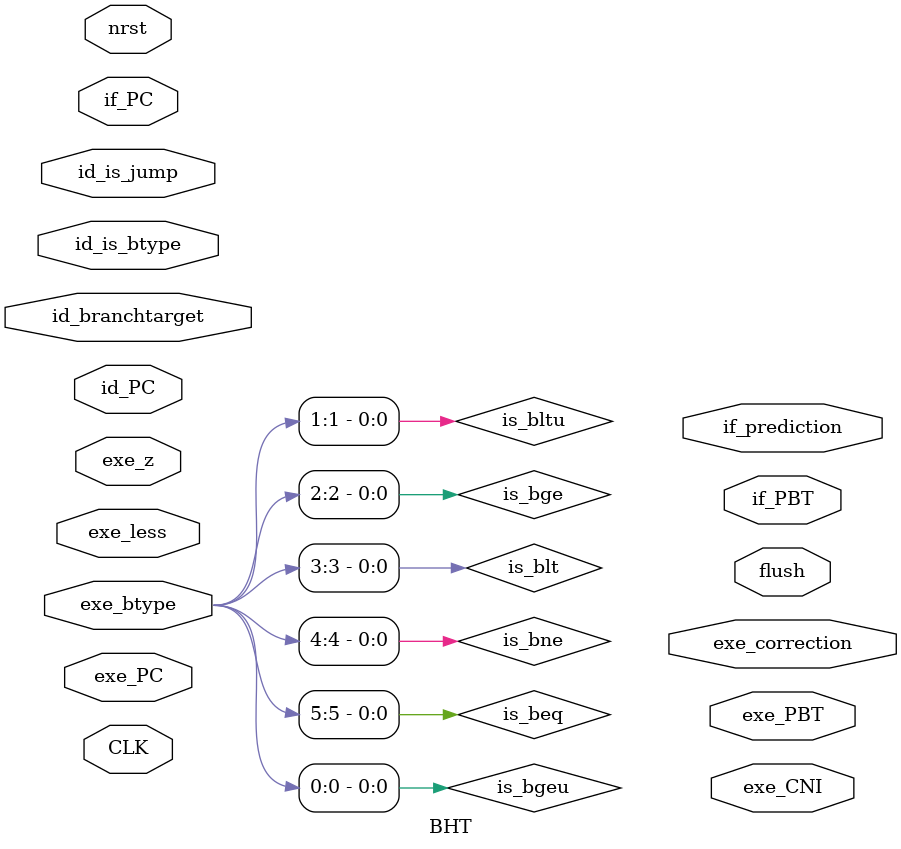
<source format=v>
`timescale 1ns / 1ps

/*
	Branch History Table module
	Format of each entry:
	========================================================================
	| Valid bit | Tag[5:0] | Branch target[9:0] | Saturating Counter [1:0] |
	========================================================================
	BHT is implemented as a 4-way Set Associative "Cache"
	id_PC[9:0] = {Tag[5:0], Set[3:0]}

	For selecting next PC:
	format of selection bits: {exe_correction[1:0], if_prediction}
		default selection: PC+4
		3'b001: if_PBT
		3'b100 & 3'b101: exe_CNI
		3'b110 & 3'b111: exe_PBT
*/

module BHT(
	input CLK,
	input nrst,

	// Inputs
	input [9:0] if_PC,

	input [9:0] id_PC,
	input [9:0] id_branchtarget,
	input id_is_jump,
	input id_is_btype,

	input [9:0] exe_PC,
	input exe_z,
	input exe_less,
	input [5:0] exe_btype,		// determines what branch instruction was used
	// exe_btype[5]: is_beq
	// exe_btype[4]: is_bne
	// exe_btype[3]: is_blt
	// exe_btype[2]: is_bge
	// exe_btype[1]: is_bltu
	// exe_btype[0]: is_bgeu

	// Outputs
	output if_prediction,
	output [1:0] exe_correction,

	output flush,

	// Predicted branch target
	output [9:0] if_PBT,
	output [9:0] exe_PBT,

	// Correct Next Instruction = CNI
	output [9:0] exe_CNI
);

	// Declaring memory for BHT
	/*  format of each line in reg history_table
		========================================================================
		| Valid bit | Tag[5:0] | Branch target[9:0] | Saturating Counter [1:0] |
		| ht[18]    | ht[17:12]| ht[11:2]           | ht[1:0]				   |
		========================================================================
		Where ht = history_table
	*/
	reg [18:0] history_table [0:63];


	/*IF stage 
		What happens here:
		- get if_PC, get set (if_PC[3:0]) and tag (if_PC[9:4]) bits 
		- output if_prediction (1 if taken, 0 if not taken)
			- kukunin sa ht[1]
		- output if_PBT (nakukuha from ht[11:2]) is the predicted branch target

		- problem: simulan muna ung table access 
	*/

	/*ID stage
		What happens here:
		- write to table/table access

		- replacement scheme: FIFO
		- get the set bits from id_PC[3:0]
	*/

	//16 counters for the sets in the BHT
	reg [1:0] table_counter [0:3];

	// placement/replacement here




// EXE STAGE
	/* 
		Checks if the prediction made is correct, and
		makes changes to the saturating counter.
		Also outputs the corresponding PBT and CNI
		and corresponding correction output.

		Inputs: exe_PC, z, less, branchtype
		Outputs: exe_correction, exe_PBT, exe_CNI

		Check if prediction is correct -> inc/dec counter, output correction
	*/
	wire feedback;	// if feedback = 1, branch compare is correct
	wire is_beq;
	wire is_bne;
	wire is_blt;
	wire is_bge;
	wire is_bltu;
	wire is_bgeu;

	assign is_beq = exe_btype[5];
	assign is_bne = exe_btype[4];
	assign is_blt = exe_btype[3];
	assign is_bge = exe_btype[2];
	assign is_bltu = exe_btype[1];
	assign is_bgeu = exe_btype[0];

	assign feedback =   (is_beq && exe_z)? 1'b1 :
						(is_bne && !exe_z)? 1'b1 : 
						(is_blt && exe_less)? 1'b1 :
						(is_bge && !exe_less)? 1'b1 :
						(is_bltu && exe_less)? 1'b1 :
						(is_bgeu && !exe_less)? 1'b1 :
						1'b0;

	

endmodule
</source>
